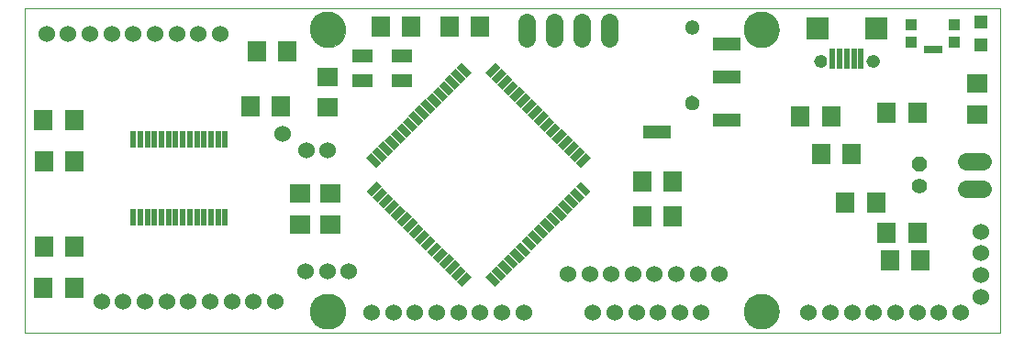
<source format=gts>
G75*
%MOIN*%
%OFA0B0*%
%FSLAX25Y25*%
%IPPOS*%
%LPD*%
%AMOC8*
5,1,8,0,0,1.08239X$1,22.5*
%
%ADD10C,0.00000*%
%ADD11C,0.12998*%
%ADD12R,0.06699X0.07487*%
%ADD13R,0.07487X0.06699*%
%ADD14C,0.06000*%
%ADD15R,0.02600X0.05100*%
%ADD16R,0.05100X0.02600*%
%ADD17R,0.07487X0.05124*%
%ADD18R,0.07498X0.06699*%
%ADD19R,0.06699X0.07498*%
%ADD20R,0.01975X0.06306*%
%ADD21OC8,0.05600*%
%ADD22C,0.05600*%
%ADD23R,0.05124X0.05124*%
%ADD24R,0.10243X0.05124*%
%ADD25C,0.05124*%
%ADD26R,0.01975X0.07290*%
%ADD27R,0.08274X0.08274*%
%ADD28C,0.04534*%
%ADD29C,0.06400*%
%ADD30R,0.04337X0.04337*%
%ADD31R,0.07093X0.02565*%
D10*
X0001600Y0002700D02*
X0001600Y0120810D01*
X0355931Y0120810D01*
X0355931Y0002700D01*
X0001600Y0002700D01*
X0105537Y0010574D02*
X0105539Y0010732D01*
X0105545Y0010890D01*
X0105555Y0011048D01*
X0105569Y0011206D01*
X0105587Y0011363D01*
X0105608Y0011520D01*
X0105634Y0011676D01*
X0105664Y0011832D01*
X0105697Y0011987D01*
X0105735Y0012140D01*
X0105776Y0012293D01*
X0105821Y0012445D01*
X0105870Y0012596D01*
X0105923Y0012745D01*
X0105979Y0012893D01*
X0106039Y0013039D01*
X0106103Y0013184D01*
X0106171Y0013327D01*
X0106242Y0013469D01*
X0106316Y0013609D01*
X0106394Y0013746D01*
X0106476Y0013882D01*
X0106560Y0014016D01*
X0106649Y0014147D01*
X0106740Y0014276D01*
X0106835Y0014403D01*
X0106932Y0014528D01*
X0107033Y0014650D01*
X0107137Y0014769D01*
X0107244Y0014886D01*
X0107354Y0015000D01*
X0107467Y0015111D01*
X0107582Y0015220D01*
X0107700Y0015325D01*
X0107821Y0015427D01*
X0107944Y0015527D01*
X0108070Y0015623D01*
X0108198Y0015716D01*
X0108328Y0015806D01*
X0108461Y0015892D01*
X0108596Y0015976D01*
X0108732Y0016055D01*
X0108871Y0016132D01*
X0109012Y0016204D01*
X0109154Y0016274D01*
X0109298Y0016339D01*
X0109444Y0016401D01*
X0109591Y0016459D01*
X0109740Y0016514D01*
X0109890Y0016565D01*
X0110041Y0016612D01*
X0110193Y0016655D01*
X0110346Y0016694D01*
X0110501Y0016730D01*
X0110656Y0016761D01*
X0110812Y0016789D01*
X0110968Y0016813D01*
X0111125Y0016833D01*
X0111283Y0016849D01*
X0111440Y0016861D01*
X0111599Y0016869D01*
X0111757Y0016873D01*
X0111915Y0016873D01*
X0112073Y0016869D01*
X0112232Y0016861D01*
X0112389Y0016849D01*
X0112547Y0016833D01*
X0112704Y0016813D01*
X0112860Y0016789D01*
X0113016Y0016761D01*
X0113171Y0016730D01*
X0113326Y0016694D01*
X0113479Y0016655D01*
X0113631Y0016612D01*
X0113782Y0016565D01*
X0113932Y0016514D01*
X0114081Y0016459D01*
X0114228Y0016401D01*
X0114374Y0016339D01*
X0114518Y0016274D01*
X0114660Y0016204D01*
X0114801Y0016132D01*
X0114940Y0016055D01*
X0115076Y0015976D01*
X0115211Y0015892D01*
X0115344Y0015806D01*
X0115474Y0015716D01*
X0115602Y0015623D01*
X0115728Y0015527D01*
X0115851Y0015427D01*
X0115972Y0015325D01*
X0116090Y0015220D01*
X0116205Y0015111D01*
X0116318Y0015000D01*
X0116428Y0014886D01*
X0116535Y0014769D01*
X0116639Y0014650D01*
X0116740Y0014528D01*
X0116837Y0014403D01*
X0116932Y0014276D01*
X0117023Y0014147D01*
X0117112Y0014016D01*
X0117196Y0013882D01*
X0117278Y0013746D01*
X0117356Y0013609D01*
X0117430Y0013469D01*
X0117501Y0013327D01*
X0117569Y0013184D01*
X0117633Y0013039D01*
X0117693Y0012893D01*
X0117749Y0012745D01*
X0117802Y0012596D01*
X0117851Y0012445D01*
X0117896Y0012293D01*
X0117937Y0012140D01*
X0117975Y0011987D01*
X0118008Y0011832D01*
X0118038Y0011676D01*
X0118064Y0011520D01*
X0118085Y0011363D01*
X0118103Y0011206D01*
X0118117Y0011048D01*
X0118127Y0010890D01*
X0118133Y0010732D01*
X0118135Y0010574D01*
X0118133Y0010416D01*
X0118127Y0010258D01*
X0118117Y0010100D01*
X0118103Y0009942D01*
X0118085Y0009785D01*
X0118064Y0009628D01*
X0118038Y0009472D01*
X0118008Y0009316D01*
X0117975Y0009161D01*
X0117937Y0009008D01*
X0117896Y0008855D01*
X0117851Y0008703D01*
X0117802Y0008552D01*
X0117749Y0008403D01*
X0117693Y0008255D01*
X0117633Y0008109D01*
X0117569Y0007964D01*
X0117501Y0007821D01*
X0117430Y0007679D01*
X0117356Y0007539D01*
X0117278Y0007402D01*
X0117196Y0007266D01*
X0117112Y0007132D01*
X0117023Y0007001D01*
X0116932Y0006872D01*
X0116837Y0006745D01*
X0116740Y0006620D01*
X0116639Y0006498D01*
X0116535Y0006379D01*
X0116428Y0006262D01*
X0116318Y0006148D01*
X0116205Y0006037D01*
X0116090Y0005928D01*
X0115972Y0005823D01*
X0115851Y0005721D01*
X0115728Y0005621D01*
X0115602Y0005525D01*
X0115474Y0005432D01*
X0115344Y0005342D01*
X0115211Y0005256D01*
X0115076Y0005172D01*
X0114940Y0005093D01*
X0114801Y0005016D01*
X0114660Y0004944D01*
X0114518Y0004874D01*
X0114374Y0004809D01*
X0114228Y0004747D01*
X0114081Y0004689D01*
X0113932Y0004634D01*
X0113782Y0004583D01*
X0113631Y0004536D01*
X0113479Y0004493D01*
X0113326Y0004454D01*
X0113171Y0004418D01*
X0113016Y0004387D01*
X0112860Y0004359D01*
X0112704Y0004335D01*
X0112547Y0004315D01*
X0112389Y0004299D01*
X0112232Y0004287D01*
X0112073Y0004279D01*
X0111915Y0004275D01*
X0111757Y0004275D01*
X0111599Y0004279D01*
X0111440Y0004287D01*
X0111283Y0004299D01*
X0111125Y0004315D01*
X0110968Y0004335D01*
X0110812Y0004359D01*
X0110656Y0004387D01*
X0110501Y0004418D01*
X0110346Y0004454D01*
X0110193Y0004493D01*
X0110041Y0004536D01*
X0109890Y0004583D01*
X0109740Y0004634D01*
X0109591Y0004689D01*
X0109444Y0004747D01*
X0109298Y0004809D01*
X0109154Y0004874D01*
X0109012Y0004944D01*
X0108871Y0005016D01*
X0108732Y0005093D01*
X0108596Y0005172D01*
X0108461Y0005256D01*
X0108328Y0005342D01*
X0108198Y0005432D01*
X0108070Y0005525D01*
X0107944Y0005621D01*
X0107821Y0005721D01*
X0107700Y0005823D01*
X0107582Y0005928D01*
X0107467Y0006037D01*
X0107354Y0006148D01*
X0107244Y0006262D01*
X0107137Y0006379D01*
X0107033Y0006498D01*
X0106932Y0006620D01*
X0106835Y0006745D01*
X0106740Y0006872D01*
X0106649Y0007001D01*
X0106560Y0007132D01*
X0106476Y0007266D01*
X0106394Y0007402D01*
X0106316Y0007539D01*
X0106242Y0007679D01*
X0106171Y0007821D01*
X0106103Y0007964D01*
X0106039Y0008109D01*
X0105979Y0008255D01*
X0105923Y0008403D01*
X0105870Y0008552D01*
X0105821Y0008703D01*
X0105776Y0008855D01*
X0105735Y0009008D01*
X0105697Y0009161D01*
X0105664Y0009316D01*
X0105634Y0009472D01*
X0105608Y0009628D01*
X0105587Y0009785D01*
X0105569Y0009942D01*
X0105555Y0010100D01*
X0105545Y0010258D01*
X0105539Y0010416D01*
X0105537Y0010574D01*
X0263018Y0010574D02*
X0263020Y0010732D01*
X0263026Y0010890D01*
X0263036Y0011048D01*
X0263050Y0011206D01*
X0263068Y0011363D01*
X0263089Y0011520D01*
X0263115Y0011676D01*
X0263145Y0011832D01*
X0263178Y0011987D01*
X0263216Y0012140D01*
X0263257Y0012293D01*
X0263302Y0012445D01*
X0263351Y0012596D01*
X0263404Y0012745D01*
X0263460Y0012893D01*
X0263520Y0013039D01*
X0263584Y0013184D01*
X0263652Y0013327D01*
X0263723Y0013469D01*
X0263797Y0013609D01*
X0263875Y0013746D01*
X0263957Y0013882D01*
X0264041Y0014016D01*
X0264130Y0014147D01*
X0264221Y0014276D01*
X0264316Y0014403D01*
X0264413Y0014528D01*
X0264514Y0014650D01*
X0264618Y0014769D01*
X0264725Y0014886D01*
X0264835Y0015000D01*
X0264948Y0015111D01*
X0265063Y0015220D01*
X0265181Y0015325D01*
X0265302Y0015427D01*
X0265425Y0015527D01*
X0265551Y0015623D01*
X0265679Y0015716D01*
X0265809Y0015806D01*
X0265942Y0015892D01*
X0266077Y0015976D01*
X0266213Y0016055D01*
X0266352Y0016132D01*
X0266493Y0016204D01*
X0266635Y0016274D01*
X0266779Y0016339D01*
X0266925Y0016401D01*
X0267072Y0016459D01*
X0267221Y0016514D01*
X0267371Y0016565D01*
X0267522Y0016612D01*
X0267674Y0016655D01*
X0267827Y0016694D01*
X0267982Y0016730D01*
X0268137Y0016761D01*
X0268293Y0016789D01*
X0268449Y0016813D01*
X0268606Y0016833D01*
X0268764Y0016849D01*
X0268921Y0016861D01*
X0269080Y0016869D01*
X0269238Y0016873D01*
X0269396Y0016873D01*
X0269554Y0016869D01*
X0269713Y0016861D01*
X0269870Y0016849D01*
X0270028Y0016833D01*
X0270185Y0016813D01*
X0270341Y0016789D01*
X0270497Y0016761D01*
X0270652Y0016730D01*
X0270807Y0016694D01*
X0270960Y0016655D01*
X0271112Y0016612D01*
X0271263Y0016565D01*
X0271413Y0016514D01*
X0271562Y0016459D01*
X0271709Y0016401D01*
X0271855Y0016339D01*
X0271999Y0016274D01*
X0272141Y0016204D01*
X0272282Y0016132D01*
X0272421Y0016055D01*
X0272557Y0015976D01*
X0272692Y0015892D01*
X0272825Y0015806D01*
X0272955Y0015716D01*
X0273083Y0015623D01*
X0273209Y0015527D01*
X0273332Y0015427D01*
X0273453Y0015325D01*
X0273571Y0015220D01*
X0273686Y0015111D01*
X0273799Y0015000D01*
X0273909Y0014886D01*
X0274016Y0014769D01*
X0274120Y0014650D01*
X0274221Y0014528D01*
X0274318Y0014403D01*
X0274413Y0014276D01*
X0274504Y0014147D01*
X0274593Y0014016D01*
X0274677Y0013882D01*
X0274759Y0013746D01*
X0274837Y0013609D01*
X0274911Y0013469D01*
X0274982Y0013327D01*
X0275050Y0013184D01*
X0275114Y0013039D01*
X0275174Y0012893D01*
X0275230Y0012745D01*
X0275283Y0012596D01*
X0275332Y0012445D01*
X0275377Y0012293D01*
X0275418Y0012140D01*
X0275456Y0011987D01*
X0275489Y0011832D01*
X0275519Y0011676D01*
X0275545Y0011520D01*
X0275566Y0011363D01*
X0275584Y0011206D01*
X0275598Y0011048D01*
X0275608Y0010890D01*
X0275614Y0010732D01*
X0275616Y0010574D01*
X0275614Y0010416D01*
X0275608Y0010258D01*
X0275598Y0010100D01*
X0275584Y0009942D01*
X0275566Y0009785D01*
X0275545Y0009628D01*
X0275519Y0009472D01*
X0275489Y0009316D01*
X0275456Y0009161D01*
X0275418Y0009008D01*
X0275377Y0008855D01*
X0275332Y0008703D01*
X0275283Y0008552D01*
X0275230Y0008403D01*
X0275174Y0008255D01*
X0275114Y0008109D01*
X0275050Y0007964D01*
X0274982Y0007821D01*
X0274911Y0007679D01*
X0274837Y0007539D01*
X0274759Y0007402D01*
X0274677Y0007266D01*
X0274593Y0007132D01*
X0274504Y0007001D01*
X0274413Y0006872D01*
X0274318Y0006745D01*
X0274221Y0006620D01*
X0274120Y0006498D01*
X0274016Y0006379D01*
X0273909Y0006262D01*
X0273799Y0006148D01*
X0273686Y0006037D01*
X0273571Y0005928D01*
X0273453Y0005823D01*
X0273332Y0005721D01*
X0273209Y0005621D01*
X0273083Y0005525D01*
X0272955Y0005432D01*
X0272825Y0005342D01*
X0272692Y0005256D01*
X0272557Y0005172D01*
X0272421Y0005093D01*
X0272282Y0005016D01*
X0272141Y0004944D01*
X0271999Y0004874D01*
X0271855Y0004809D01*
X0271709Y0004747D01*
X0271562Y0004689D01*
X0271413Y0004634D01*
X0271263Y0004583D01*
X0271112Y0004536D01*
X0270960Y0004493D01*
X0270807Y0004454D01*
X0270652Y0004418D01*
X0270497Y0004387D01*
X0270341Y0004359D01*
X0270185Y0004335D01*
X0270028Y0004315D01*
X0269870Y0004299D01*
X0269713Y0004287D01*
X0269554Y0004279D01*
X0269396Y0004275D01*
X0269238Y0004275D01*
X0269080Y0004279D01*
X0268921Y0004287D01*
X0268764Y0004299D01*
X0268606Y0004315D01*
X0268449Y0004335D01*
X0268293Y0004359D01*
X0268137Y0004387D01*
X0267982Y0004418D01*
X0267827Y0004454D01*
X0267674Y0004493D01*
X0267522Y0004536D01*
X0267371Y0004583D01*
X0267221Y0004634D01*
X0267072Y0004689D01*
X0266925Y0004747D01*
X0266779Y0004809D01*
X0266635Y0004874D01*
X0266493Y0004944D01*
X0266352Y0005016D01*
X0266213Y0005093D01*
X0266077Y0005172D01*
X0265942Y0005256D01*
X0265809Y0005342D01*
X0265679Y0005432D01*
X0265551Y0005525D01*
X0265425Y0005621D01*
X0265302Y0005721D01*
X0265181Y0005823D01*
X0265063Y0005928D01*
X0264948Y0006037D01*
X0264835Y0006148D01*
X0264725Y0006262D01*
X0264618Y0006379D01*
X0264514Y0006498D01*
X0264413Y0006620D01*
X0264316Y0006745D01*
X0264221Y0006872D01*
X0264130Y0007001D01*
X0264041Y0007132D01*
X0263957Y0007266D01*
X0263875Y0007402D01*
X0263797Y0007539D01*
X0263723Y0007679D01*
X0263652Y0007821D01*
X0263584Y0007964D01*
X0263520Y0008109D01*
X0263460Y0008255D01*
X0263404Y0008403D01*
X0263351Y0008552D01*
X0263302Y0008703D01*
X0263257Y0008855D01*
X0263216Y0009008D01*
X0263178Y0009161D01*
X0263145Y0009316D01*
X0263115Y0009472D01*
X0263089Y0009628D01*
X0263068Y0009785D01*
X0263050Y0009942D01*
X0263036Y0010100D01*
X0263026Y0010258D01*
X0263020Y0010416D01*
X0263018Y0010574D01*
X0241738Y0086342D02*
X0241740Y0086439D01*
X0241746Y0086536D01*
X0241756Y0086632D01*
X0241770Y0086728D01*
X0241788Y0086824D01*
X0241809Y0086918D01*
X0241835Y0087012D01*
X0241864Y0087104D01*
X0241898Y0087195D01*
X0241934Y0087285D01*
X0241975Y0087373D01*
X0242019Y0087459D01*
X0242067Y0087544D01*
X0242118Y0087626D01*
X0242172Y0087707D01*
X0242230Y0087785D01*
X0242291Y0087860D01*
X0242354Y0087933D01*
X0242421Y0088004D01*
X0242491Y0088071D01*
X0242563Y0088136D01*
X0242638Y0088197D01*
X0242716Y0088256D01*
X0242795Y0088311D01*
X0242877Y0088363D01*
X0242961Y0088411D01*
X0243047Y0088456D01*
X0243135Y0088498D01*
X0243224Y0088536D01*
X0243315Y0088570D01*
X0243407Y0088600D01*
X0243500Y0088627D01*
X0243595Y0088649D01*
X0243690Y0088668D01*
X0243786Y0088683D01*
X0243882Y0088694D01*
X0243979Y0088701D01*
X0244076Y0088704D01*
X0244173Y0088703D01*
X0244270Y0088698D01*
X0244366Y0088689D01*
X0244462Y0088676D01*
X0244558Y0088659D01*
X0244653Y0088638D01*
X0244746Y0088614D01*
X0244839Y0088585D01*
X0244931Y0088553D01*
X0245021Y0088517D01*
X0245109Y0088478D01*
X0245196Y0088434D01*
X0245281Y0088388D01*
X0245364Y0088337D01*
X0245445Y0088284D01*
X0245523Y0088227D01*
X0245600Y0088167D01*
X0245673Y0088104D01*
X0245744Y0088038D01*
X0245812Y0087969D01*
X0245878Y0087897D01*
X0245940Y0087823D01*
X0245999Y0087746D01*
X0246055Y0087667D01*
X0246108Y0087585D01*
X0246158Y0087502D01*
X0246203Y0087416D01*
X0246246Y0087329D01*
X0246285Y0087240D01*
X0246320Y0087150D01*
X0246351Y0087058D01*
X0246378Y0086965D01*
X0246402Y0086871D01*
X0246422Y0086776D01*
X0246438Y0086680D01*
X0246450Y0086584D01*
X0246458Y0086487D01*
X0246462Y0086390D01*
X0246462Y0086294D01*
X0246458Y0086197D01*
X0246450Y0086100D01*
X0246438Y0086004D01*
X0246422Y0085908D01*
X0246402Y0085813D01*
X0246378Y0085719D01*
X0246351Y0085626D01*
X0246320Y0085534D01*
X0246285Y0085444D01*
X0246246Y0085355D01*
X0246203Y0085268D01*
X0246158Y0085182D01*
X0246108Y0085099D01*
X0246055Y0085017D01*
X0245999Y0084938D01*
X0245940Y0084861D01*
X0245878Y0084787D01*
X0245812Y0084715D01*
X0245744Y0084646D01*
X0245673Y0084580D01*
X0245600Y0084517D01*
X0245523Y0084457D01*
X0245445Y0084400D01*
X0245364Y0084347D01*
X0245281Y0084296D01*
X0245196Y0084250D01*
X0245109Y0084206D01*
X0245021Y0084167D01*
X0244931Y0084131D01*
X0244839Y0084099D01*
X0244746Y0084070D01*
X0244653Y0084046D01*
X0244558Y0084025D01*
X0244462Y0084008D01*
X0244366Y0083995D01*
X0244270Y0083986D01*
X0244173Y0083981D01*
X0244076Y0083980D01*
X0243979Y0083983D01*
X0243882Y0083990D01*
X0243786Y0084001D01*
X0243690Y0084016D01*
X0243595Y0084035D01*
X0243500Y0084057D01*
X0243407Y0084084D01*
X0243315Y0084114D01*
X0243224Y0084148D01*
X0243135Y0084186D01*
X0243047Y0084228D01*
X0242961Y0084273D01*
X0242877Y0084321D01*
X0242795Y0084373D01*
X0242716Y0084428D01*
X0242638Y0084487D01*
X0242563Y0084548D01*
X0242491Y0084613D01*
X0242421Y0084680D01*
X0242354Y0084751D01*
X0242291Y0084824D01*
X0242230Y0084899D01*
X0242172Y0084977D01*
X0242118Y0085058D01*
X0242067Y0085140D01*
X0242019Y0085225D01*
X0241975Y0085311D01*
X0241934Y0085399D01*
X0241898Y0085489D01*
X0241864Y0085580D01*
X0241835Y0085672D01*
X0241809Y0085766D01*
X0241788Y0085860D01*
X0241770Y0085956D01*
X0241756Y0086052D01*
X0241746Y0086148D01*
X0241740Y0086245D01*
X0241738Y0086342D01*
X0288736Y0101578D02*
X0288738Y0101669D01*
X0288744Y0101759D01*
X0288754Y0101850D01*
X0288768Y0101939D01*
X0288786Y0102028D01*
X0288807Y0102117D01*
X0288833Y0102204D01*
X0288862Y0102290D01*
X0288896Y0102374D01*
X0288932Y0102457D01*
X0288973Y0102539D01*
X0289017Y0102618D01*
X0289064Y0102696D01*
X0289115Y0102771D01*
X0289169Y0102844D01*
X0289226Y0102914D01*
X0289286Y0102982D01*
X0289349Y0103048D01*
X0289415Y0103110D01*
X0289484Y0103169D01*
X0289555Y0103226D01*
X0289629Y0103279D01*
X0289705Y0103329D01*
X0289783Y0103376D01*
X0289863Y0103419D01*
X0289944Y0103458D01*
X0290028Y0103494D01*
X0290113Y0103526D01*
X0290199Y0103555D01*
X0290286Y0103579D01*
X0290375Y0103600D01*
X0290464Y0103617D01*
X0290554Y0103630D01*
X0290644Y0103639D01*
X0290735Y0103644D01*
X0290826Y0103645D01*
X0290916Y0103642D01*
X0291007Y0103635D01*
X0291097Y0103624D01*
X0291187Y0103609D01*
X0291276Y0103590D01*
X0291364Y0103568D01*
X0291450Y0103541D01*
X0291536Y0103511D01*
X0291620Y0103477D01*
X0291703Y0103439D01*
X0291784Y0103398D01*
X0291863Y0103353D01*
X0291940Y0103304D01*
X0292014Y0103253D01*
X0292087Y0103198D01*
X0292157Y0103140D01*
X0292224Y0103079D01*
X0292288Y0103015D01*
X0292350Y0102949D01*
X0292409Y0102879D01*
X0292464Y0102808D01*
X0292517Y0102733D01*
X0292566Y0102657D01*
X0292612Y0102579D01*
X0292654Y0102498D01*
X0292693Y0102416D01*
X0292728Y0102332D01*
X0292759Y0102247D01*
X0292786Y0102160D01*
X0292810Y0102073D01*
X0292830Y0101984D01*
X0292846Y0101895D01*
X0292858Y0101805D01*
X0292866Y0101714D01*
X0292870Y0101623D01*
X0292870Y0101533D01*
X0292866Y0101442D01*
X0292858Y0101351D01*
X0292846Y0101261D01*
X0292830Y0101172D01*
X0292810Y0101083D01*
X0292786Y0100996D01*
X0292759Y0100909D01*
X0292728Y0100824D01*
X0292693Y0100740D01*
X0292654Y0100658D01*
X0292612Y0100577D01*
X0292566Y0100499D01*
X0292517Y0100423D01*
X0292464Y0100348D01*
X0292409Y0100277D01*
X0292350Y0100207D01*
X0292288Y0100141D01*
X0292224Y0100077D01*
X0292157Y0100016D01*
X0292087Y0099958D01*
X0292014Y0099903D01*
X0291940Y0099852D01*
X0291863Y0099803D01*
X0291784Y0099758D01*
X0291703Y0099717D01*
X0291620Y0099679D01*
X0291536Y0099645D01*
X0291450Y0099615D01*
X0291364Y0099588D01*
X0291276Y0099566D01*
X0291187Y0099547D01*
X0291097Y0099532D01*
X0291007Y0099521D01*
X0290916Y0099514D01*
X0290826Y0099511D01*
X0290735Y0099512D01*
X0290644Y0099517D01*
X0290554Y0099526D01*
X0290464Y0099539D01*
X0290375Y0099556D01*
X0290286Y0099577D01*
X0290199Y0099601D01*
X0290113Y0099630D01*
X0290028Y0099662D01*
X0289944Y0099698D01*
X0289863Y0099737D01*
X0289783Y0099780D01*
X0289705Y0099827D01*
X0289629Y0099877D01*
X0289555Y0099930D01*
X0289484Y0099987D01*
X0289415Y0100046D01*
X0289349Y0100108D01*
X0289286Y0100174D01*
X0289226Y0100242D01*
X0289169Y0100312D01*
X0289115Y0100385D01*
X0289064Y0100460D01*
X0289017Y0100538D01*
X0288973Y0100617D01*
X0288932Y0100699D01*
X0288896Y0100782D01*
X0288862Y0100866D01*
X0288833Y0100952D01*
X0288807Y0101039D01*
X0288786Y0101128D01*
X0288768Y0101217D01*
X0288754Y0101306D01*
X0288744Y0101397D01*
X0288738Y0101487D01*
X0288736Y0101578D01*
X0307830Y0101578D02*
X0307832Y0101669D01*
X0307838Y0101759D01*
X0307848Y0101850D01*
X0307862Y0101939D01*
X0307880Y0102028D01*
X0307901Y0102117D01*
X0307927Y0102204D01*
X0307956Y0102290D01*
X0307990Y0102374D01*
X0308026Y0102457D01*
X0308067Y0102539D01*
X0308111Y0102618D01*
X0308158Y0102696D01*
X0308209Y0102771D01*
X0308263Y0102844D01*
X0308320Y0102914D01*
X0308380Y0102982D01*
X0308443Y0103048D01*
X0308509Y0103110D01*
X0308578Y0103169D01*
X0308649Y0103226D01*
X0308723Y0103279D01*
X0308799Y0103329D01*
X0308877Y0103376D01*
X0308957Y0103419D01*
X0309038Y0103458D01*
X0309122Y0103494D01*
X0309207Y0103526D01*
X0309293Y0103555D01*
X0309380Y0103579D01*
X0309469Y0103600D01*
X0309558Y0103617D01*
X0309648Y0103630D01*
X0309738Y0103639D01*
X0309829Y0103644D01*
X0309920Y0103645D01*
X0310010Y0103642D01*
X0310101Y0103635D01*
X0310191Y0103624D01*
X0310281Y0103609D01*
X0310370Y0103590D01*
X0310458Y0103568D01*
X0310544Y0103541D01*
X0310630Y0103511D01*
X0310714Y0103477D01*
X0310797Y0103439D01*
X0310878Y0103398D01*
X0310957Y0103353D01*
X0311034Y0103304D01*
X0311108Y0103253D01*
X0311181Y0103198D01*
X0311251Y0103140D01*
X0311318Y0103079D01*
X0311382Y0103015D01*
X0311444Y0102949D01*
X0311503Y0102879D01*
X0311558Y0102808D01*
X0311611Y0102733D01*
X0311660Y0102657D01*
X0311706Y0102579D01*
X0311748Y0102498D01*
X0311787Y0102416D01*
X0311822Y0102332D01*
X0311853Y0102247D01*
X0311880Y0102160D01*
X0311904Y0102073D01*
X0311924Y0101984D01*
X0311940Y0101895D01*
X0311952Y0101805D01*
X0311960Y0101714D01*
X0311964Y0101623D01*
X0311964Y0101533D01*
X0311960Y0101442D01*
X0311952Y0101351D01*
X0311940Y0101261D01*
X0311924Y0101172D01*
X0311904Y0101083D01*
X0311880Y0100996D01*
X0311853Y0100909D01*
X0311822Y0100824D01*
X0311787Y0100740D01*
X0311748Y0100658D01*
X0311706Y0100577D01*
X0311660Y0100499D01*
X0311611Y0100423D01*
X0311558Y0100348D01*
X0311503Y0100277D01*
X0311444Y0100207D01*
X0311382Y0100141D01*
X0311318Y0100077D01*
X0311251Y0100016D01*
X0311181Y0099958D01*
X0311108Y0099903D01*
X0311034Y0099852D01*
X0310957Y0099803D01*
X0310878Y0099758D01*
X0310797Y0099717D01*
X0310714Y0099679D01*
X0310630Y0099645D01*
X0310544Y0099615D01*
X0310458Y0099588D01*
X0310370Y0099566D01*
X0310281Y0099547D01*
X0310191Y0099532D01*
X0310101Y0099521D01*
X0310010Y0099514D01*
X0309920Y0099511D01*
X0309829Y0099512D01*
X0309738Y0099517D01*
X0309648Y0099526D01*
X0309558Y0099539D01*
X0309469Y0099556D01*
X0309380Y0099577D01*
X0309293Y0099601D01*
X0309207Y0099630D01*
X0309122Y0099662D01*
X0309038Y0099698D01*
X0308957Y0099737D01*
X0308877Y0099780D01*
X0308799Y0099827D01*
X0308723Y0099877D01*
X0308649Y0099930D01*
X0308578Y0099987D01*
X0308509Y0100046D01*
X0308443Y0100108D01*
X0308380Y0100174D01*
X0308320Y0100242D01*
X0308263Y0100312D01*
X0308209Y0100385D01*
X0308158Y0100460D01*
X0308111Y0100538D01*
X0308067Y0100617D01*
X0308026Y0100699D01*
X0307990Y0100782D01*
X0307956Y0100866D01*
X0307927Y0100952D01*
X0307901Y0101039D01*
X0307880Y0101128D01*
X0307862Y0101217D01*
X0307848Y0101306D01*
X0307838Y0101397D01*
X0307832Y0101487D01*
X0307830Y0101578D01*
X0263018Y0112936D02*
X0263020Y0113094D01*
X0263026Y0113252D01*
X0263036Y0113410D01*
X0263050Y0113568D01*
X0263068Y0113725D01*
X0263089Y0113882D01*
X0263115Y0114038D01*
X0263145Y0114194D01*
X0263178Y0114349D01*
X0263216Y0114502D01*
X0263257Y0114655D01*
X0263302Y0114807D01*
X0263351Y0114958D01*
X0263404Y0115107D01*
X0263460Y0115255D01*
X0263520Y0115401D01*
X0263584Y0115546D01*
X0263652Y0115689D01*
X0263723Y0115831D01*
X0263797Y0115971D01*
X0263875Y0116108D01*
X0263957Y0116244D01*
X0264041Y0116378D01*
X0264130Y0116509D01*
X0264221Y0116638D01*
X0264316Y0116765D01*
X0264413Y0116890D01*
X0264514Y0117012D01*
X0264618Y0117131D01*
X0264725Y0117248D01*
X0264835Y0117362D01*
X0264948Y0117473D01*
X0265063Y0117582D01*
X0265181Y0117687D01*
X0265302Y0117789D01*
X0265425Y0117889D01*
X0265551Y0117985D01*
X0265679Y0118078D01*
X0265809Y0118168D01*
X0265942Y0118254D01*
X0266077Y0118338D01*
X0266213Y0118417D01*
X0266352Y0118494D01*
X0266493Y0118566D01*
X0266635Y0118636D01*
X0266779Y0118701D01*
X0266925Y0118763D01*
X0267072Y0118821D01*
X0267221Y0118876D01*
X0267371Y0118927D01*
X0267522Y0118974D01*
X0267674Y0119017D01*
X0267827Y0119056D01*
X0267982Y0119092D01*
X0268137Y0119123D01*
X0268293Y0119151D01*
X0268449Y0119175D01*
X0268606Y0119195D01*
X0268764Y0119211D01*
X0268921Y0119223D01*
X0269080Y0119231D01*
X0269238Y0119235D01*
X0269396Y0119235D01*
X0269554Y0119231D01*
X0269713Y0119223D01*
X0269870Y0119211D01*
X0270028Y0119195D01*
X0270185Y0119175D01*
X0270341Y0119151D01*
X0270497Y0119123D01*
X0270652Y0119092D01*
X0270807Y0119056D01*
X0270960Y0119017D01*
X0271112Y0118974D01*
X0271263Y0118927D01*
X0271413Y0118876D01*
X0271562Y0118821D01*
X0271709Y0118763D01*
X0271855Y0118701D01*
X0271999Y0118636D01*
X0272141Y0118566D01*
X0272282Y0118494D01*
X0272421Y0118417D01*
X0272557Y0118338D01*
X0272692Y0118254D01*
X0272825Y0118168D01*
X0272955Y0118078D01*
X0273083Y0117985D01*
X0273209Y0117889D01*
X0273332Y0117789D01*
X0273453Y0117687D01*
X0273571Y0117582D01*
X0273686Y0117473D01*
X0273799Y0117362D01*
X0273909Y0117248D01*
X0274016Y0117131D01*
X0274120Y0117012D01*
X0274221Y0116890D01*
X0274318Y0116765D01*
X0274413Y0116638D01*
X0274504Y0116509D01*
X0274593Y0116378D01*
X0274677Y0116244D01*
X0274759Y0116108D01*
X0274837Y0115971D01*
X0274911Y0115831D01*
X0274982Y0115689D01*
X0275050Y0115546D01*
X0275114Y0115401D01*
X0275174Y0115255D01*
X0275230Y0115107D01*
X0275283Y0114958D01*
X0275332Y0114807D01*
X0275377Y0114655D01*
X0275418Y0114502D01*
X0275456Y0114349D01*
X0275489Y0114194D01*
X0275519Y0114038D01*
X0275545Y0113882D01*
X0275566Y0113725D01*
X0275584Y0113568D01*
X0275598Y0113410D01*
X0275608Y0113252D01*
X0275614Y0113094D01*
X0275616Y0112936D01*
X0275614Y0112778D01*
X0275608Y0112620D01*
X0275598Y0112462D01*
X0275584Y0112304D01*
X0275566Y0112147D01*
X0275545Y0111990D01*
X0275519Y0111834D01*
X0275489Y0111678D01*
X0275456Y0111523D01*
X0275418Y0111370D01*
X0275377Y0111217D01*
X0275332Y0111065D01*
X0275283Y0110914D01*
X0275230Y0110765D01*
X0275174Y0110617D01*
X0275114Y0110471D01*
X0275050Y0110326D01*
X0274982Y0110183D01*
X0274911Y0110041D01*
X0274837Y0109901D01*
X0274759Y0109764D01*
X0274677Y0109628D01*
X0274593Y0109494D01*
X0274504Y0109363D01*
X0274413Y0109234D01*
X0274318Y0109107D01*
X0274221Y0108982D01*
X0274120Y0108860D01*
X0274016Y0108741D01*
X0273909Y0108624D01*
X0273799Y0108510D01*
X0273686Y0108399D01*
X0273571Y0108290D01*
X0273453Y0108185D01*
X0273332Y0108083D01*
X0273209Y0107983D01*
X0273083Y0107887D01*
X0272955Y0107794D01*
X0272825Y0107704D01*
X0272692Y0107618D01*
X0272557Y0107534D01*
X0272421Y0107455D01*
X0272282Y0107378D01*
X0272141Y0107306D01*
X0271999Y0107236D01*
X0271855Y0107171D01*
X0271709Y0107109D01*
X0271562Y0107051D01*
X0271413Y0106996D01*
X0271263Y0106945D01*
X0271112Y0106898D01*
X0270960Y0106855D01*
X0270807Y0106816D01*
X0270652Y0106780D01*
X0270497Y0106749D01*
X0270341Y0106721D01*
X0270185Y0106697D01*
X0270028Y0106677D01*
X0269870Y0106661D01*
X0269713Y0106649D01*
X0269554Y0106641D01*
X0269396Y0106637D01*
X0269238Y0106637D01*
X0269080Y0106641D01*
X0268921Y0106649D01*
X0268764Y0106661D01*
X0268606Y0106677D01*
X0268449Y0106697D01*
X0268293Y0106721D01*
X0268137Y0106749D01*
X0267982Y0106780D01*
X0267827Y0106816D01*
X0267674Y0106855D01*
X0267522Y0106898D01*
X0267371Y0106945D01*
X0267221Y0106996D01*
X0267072Y0107051D01*
X0266925Y0107109D01*
X0266779Y0107171D01*
X0266635Y0107236D01*
X0266493Y0107306D01*
X0266352Y0107378D01*
X0266213Y0107455D01*
X0266077Y0107534D01*
X0265942Y0107618D01*
X0265809Y0107704D01*
X0265679Y0107794D01*
X0265551Y0107887D01*
X0265425Y0107983D01*
X0265302Y0108083D01*
X0265181Y0108185D01*
X0265063Y0108290D01*
X0264948Y0108399D01*
X0264835Y0108510D01*
X0264725Y0108624D01*
X0264618Y0108741D01*
X0264514Y0108860D01*
X0264413Y0108982D01*
X0264316Y0109107D01*
X0264221Y0109234D01*
X0264130Y0109363D01*
X0264041Y0109494D01*
X0263957Y0109628D01*
X0263875Y0109764D01*
X0263797Y0109901D01*
X0263723Y0110041D01*
X0263652Y0110183D01*
X0263584Y0110326D01*
X0263520Y0110471D01*
X0263460Y0110617D01*
X0263404Y0110765D01*
X0263351Y0110914D01*
X0263302Y0111065D01*
X0263257Y0111217D01*
X0263216Y0111370D01*
X0263178Y0111523D01*
X0263145Y0111678D01*
X0263115Y0111834D01*
X0263089Y0111990D01*
X0263068Y0112147D01*
X0263050Y0112304D01*
X0263036Y0112462D01*
X0263026Y0112620D01*
X0263020Y0112778D01*
X0263018Y0112936D01*
X0241738Y0113901D02*
X0241740Y0113998D01*
X0241746Y0114095D01*
X0241756Y0114191D01*
X0241770Y0114287D01*
X0241788Y0114383D01*
X0241809Y0114477D01*
X0241835Y0114571D01*
X0241864Y0114663D01*
X0241898Y0114754D01*
X0241934Y0114844D01*
X0241975Y0114932D01*
X0242019Y0115018D01*
X0242067Y0115103D01*
X0242118Y0115185D01*
X0242172Y0115266D01*
X0242230Y0115344D01*
X0242291Y0115419D01*
X0242354Y0115492D01*
X0242421Y0115563D01*
X0242491Y0115630D01*
X0242563Y0115695D01*
X0242638Y0115756D01*
X0242716Y0115815D01*
X0242795Y0115870D01*
X0242877Y0115922D01*
X0242961Y0115970D01*
X0243047Y0116015D01*
X0243135Y0116057D01*
X0243224Y0116095D01*
X0243315Y0116129D01*
X0243407Y0116159D01*
X0243500Y0116186D01*
X0243595Y0116208D01*
X0243690Y0116227D01*
X0243786Y0116242D01*
X0243882Y0116253D01*
X0243979Y0116260D01*
X0244076Y0116263D01*
X0244173Y0116262D01*
X0244270Y0116257D01*
X0244366Y0116248D01*
X0244462Y0116235D01*
X0244558Y0116218D01*
X0244653Y0116197D01*
X0244746Y0116173D01*
X0244839Y0116144D01*
X0244931Y0116112D01*
X0245021Y0116076D01*
X0245109Y0116037D01*
X0245196Y0115993D01*
X0245281Y0115947D01*
X0245364Y0115896D01*
X0245445Y0115843D01*
X0245523Y0115786D01*
X0245600Y0115726D01*
X0245673Y0115663D01*
X0245744Y0115597D01*
X0245812Y0115528D01*
X0245878Y0115456D01*
X0245940Y0115382D01*
X0245999Y0115305D01*
X0246055Y0115226D01*
X0246108Y0115144D01*
X0246158Y0115061D01*
X0246203Y0114975D01*
X0246246Y0114888D01*
X0246285Y0114799D01*
X0246320Y0114709D01*
X0246351Y0114617D01*
X0246378Y0114524D01*
X0246402Y0114430D01*
X0246422Y0114335D01*
X0246438Y0114239D01*
X0246450Y0114143D01*
X0246458Y0114046D01*
X0246462Y0113949D01*
X0246462Y0113853D01*
X0246458Y0113756D01*
X0246450Y0113659D01*
X0246438Y0113563D01*
X0246422Y0113467D01*
X0246402Y0113372D01*
X0246378Y0113278D01*
X0246351Y0113185D01*
X0246320Y0113093D01*
X0246285Y0113003D01*
X0246246Y0112914D01*
X0246203Y0112827D01*
X0246158Y0112741D01*
X0246108Y0112658D01*
X0246055Y0112576D01*
X0245999Y0112497D01*
X0245940Y0112420D01*
X0245878Y0112346D01*
X0245812Y0112274D01*
X0245744Y0112205D01*
X0245673Y0112139D01*
X0245600Y0112076D01*
X0245523Y0112016D01*
X0245445Y0111959D01*
X0245364Y0111906D01*
X0245281Y0111855D01*
X0245196Y0111809D01*
X0245109Y0111765D01*
X0245021Y0111726D01*
X0244931Y0111690D01*
X0244839Y0111658D01*
X0244746Y0111629D01*
X0244653Y0111605D01*
X0244558Y0111584D01*
X0244462Y0111567D01*
X0244366Y0111554D01*
X0244270Y0111545D01*
X0244173Y0111540D01*
X0244076Y0111539D01*
X0243979Y0111542D01*
X0243882Y0111549D01*
X0243786Y0111560D01*
X0243690Y0111575D01*
X0243595Y0111594D01*
X0243500Y0111616D01*
X0243407Y0111643D01*
X0243315Y0111673D01*
X0243224Y0111707D01*
X0243135Y0111745D01*
X0243047Y0111787D01*
X0242961Y0111832D01*
X0242877Y0111880D01*
X0242795Y0111932D01*
X0242716Y0111987D01*
X0242638Y0112046D01*
X0242563Y0112107D01*
X0242491Y0112172D01*
X0242421Y0112239D01*
X0242354Y0112310D01*
X0242291Y0112383D01*
X0242230Y0112458D01*
X0242172Y0112536D01*
X0242118Y0112617D01*
X0242067Y0112699D01*
X0242019Y0112784D01*
X0241975Y0112870D01*
X0241934Y0112958D01*
X0241898Y0113048D01*
X0241864Y0113139D01*
X0241835Y0113231D01*
X0241809Y0113325D01*
X0241788Y0113419D01*
X0241770Y0113515D01*
X0241756Y0113611D01*
X0241746Y0113707D01*
X0241740Y0113804D01*
X0241738Y0113901D01*
X0105537Y0112936D02*
X0105539Y0113094D01*
X0105545Y0113252D01*
X0105555Y0113410D01*
X0105569Y0113568D01*
X0105587Y0113725D01*
X0105608Y0113882D01*
X0105634Y0114038D01*
X0105664Y0114194D01*
X0105697Y0114349D01*
X0105735Y0114502D01*
X0105776Y0114655D01*
X0105821Y0114807D01*
X0105870Y0114958D01*
X0105923Y0115107D01*
X0105979Y0115255D01*
X0106039Y0115401D01*
X0106103Y0115546D01*
X0106171Y0115689D01*
X0106242Y0115831D01*
X0106316Y0115971D01*
X0106394Y0116108D01*
X0106476Y0116244D01*
X0106560Y0116378D01*
X0106649Y0116509D01*
X0106740Y0116638D01*
X0106835Y0116765D01*
X0106932Y0116890D01*
X0107033Y0117012D01*
X0107137Y0117131D01*
X0107244Y0117248D01*
X0107354Y0117362D01*
X0107467Y0117473D01*
X0107582Y0117582D01*
X0107700Y0117687D01*
X0107821Y0117789D01*
X0107944Y0117889D01*
X0108070Y0117985D01*
X0108198Y0118078D01*
X0108328Y0118168D01*
X0108461Y0118254D01*
X0108596Y0118338D01*
X0108732Y0118417D01*
X0108871Y0118494D01*
X0109012Y0118566D01*
X0109154Y0118636D01*
X0109298Y0118701D01*
X0109444Y0118763D01*
X0109591Y0118821D01*
X0109740Y0118876D01*
X0109890Y0118927D01*
X0110041Y0118974D01*
X0110193Y0119017D01*
X0110346Y0119056D01*
X0110501Y0119092D01*
X0110656Y0119123D01*
X0110812Y0119151D01*
X0110968Y0119175D01*
X0111125Y0119195D01*
X0111283Y0119211D01*
X0111440Y0119223D01*
X0111599Y0119231D01*
X0111757Y0119235D01*
X0111915Y0119235D01*
X0112073Y0119231D01*
X0112232Y0119223D01*
X0112389Y0119211D01*
X0112547Y0119195D01*
X0112704Y0119175D01*
X0112860Y0119151D01*
X0113016Y0119123D01*
X0113171Y0119092D01*
X0113326Y0119056D01*
X0113479Y0119017D01*
X0113631Y0118974D01*
X0113782Y0118927D01*
X0113932Y0118876D01*
X0114081Y0118821D01*
X0114228Y0118763D01*
X0114374Y0118701D01*
X0114518Y0118636D01*
X0114660Y0118566D01*
X0114801Y0118494D01*
X0114940Y0118417D01*
X0115076Y0118338D01*
X0115211Y0118254D01*
X0115344Y0118168D01*
X0115474Y0118078D01*
X0115602Y0117985D01*
X0115728Y0117889D01*
X0115851Y0117789D01*
X0115972Y0117687D01*
X0116090Y0117582D01*
X0116205Y0117473D01*
X0116318Y0117362D01*
X0116428Y0117248D01*
X0116535Y0117131D01*
X0116639Y0117012D01*
X0116740Y0116890D01*
X0116837Y0116765D01*
X0116932Y0116638D01*
X0117023Y0116509D01*
X0117112Y0116378D01*
X0117196Y0116244D01*
X0117278Y0116108D01*
X0117356Y0115971D01*
X0117430Y0115831D01*
X0117501Y0115689D01*
X0117569Y0115546D01*
X0117633Y0115401D01*
X0117693Y0115255D01*
X0117749Y0115107D01*
X0117802Y0114958D01*
X0117851Y0114807D01*
X0117896Y0114655D01*
X0117937Y0114502D01*
X0117975Y0114349D01*
X0118008Y0114194D01*
X0118038Y0114038D01*
X0118064Y0113882D01*
X0118085Y0113725D01*
X0118103Y0113568D01*
X0118117Y0113410D01*
X0118127Y0113252D01*
X0118133Y0113094D01*
X0118135Y0112936D01*
X0118133Y0112778D01*
X0118127Y0112620D01*
X0118117Y0112462D01*
X0118103Y0112304D01*
X0118085Y0112147D01*
X0118064Y0111990D01*
X0118038Y0111834D01*
X0118008Y0111678D01*
X0117975Y0111523D01*
X0117937Y0111370D01*
X0117896Y0111217D01*
X0117851Y0111065D01*
X0117802Y0110914D01*
X0117749Y0110765D01*
X0117693Y0110617D01*
X0117633Y0110471D01*
X0117569Y0110326D01*
X0117501Y0110183D01*
X0117430Y0110041D01*
X0117356Y0109901D01*
X0117278Y0109764D01*
X0117196Y0109628D01*
X0117112Y0109494D01*
X0117023Y0109363D01*
X0116932Y0109234D01*
X0116837Y0109107D01*
X0116740Y0108982D01*
X0116639Y0108860D01*
X0116535Y0108741D01*
X0116428Y0108624D01*
X0116318Y0108510D01*
X0116205Y0108399D01*
X0116090Y0108290D01*
X0115972Y0108185D01*
X0115851Y0108083D01*
X0115728Y0107983D01*
X0115602Y0107887D01*
X0115474Y0107794D01*
X0115344Y0107704D01*
X0115211Y0107618D01*
X0115076Y0107534D01*
X0114940Y0107455D01*
X0114801Y0107378D01*
X0114660Y0107306D01*
X0114518Y0107236D01*
X0114374Y0107171D01*
X0114228Y0107109D01*
X0114081Y0107051D01*
X0113932Y0106996D01*
X0113782Y0106945D01*
X0113631Y0106898D01*
X0113479Y0106855D01*
X0113326Y0106816D01*
X0113171Y0106780D01*
X0113016Y0106749D01*
X0112860Y0106721D01*
X0112704Y0106697D01*
X0112547Y0106677D01*
X0112389Y0106661D01*
X0112232Y0106649D01*
X0112073Y0106641D01*
X0111915Y0106637D01*
X0111757Y0106637D01*
X0111599Y0106641D01*
X0111440Y0106649D01*
X0111283Y0106661D01*
X0111125Y0106677D01*
X0110968Y0106697D01*
X0110812Y0106721D01*
X0110656Y0106749D01*
X0110501Y0106780D01*
X0110346Y0106816D01*
X0110193Y0106855D01*
X0110041Y0106898D01*
X0109890Y0106945D01*
X0109740Y0106996D01*
X0109591Y0107051D01*
X0109444Y0107109D01*
X0109298Y0107171D01*
X0109154Y0107236D01*
X0109012Y0107306D01*
X0108871Y0107378D01*
X0108732Y0107455D01*
X0108596Y0107534D01*
X0108461Y0107618D01*
X0108328Y0107704D01*
X0108198Y0107794D01*
X0108070Y0107887D01*
X0107944Y0107983D01*
X0107821Y0108083D01*
X0107700Y0108185D01*
X0107582Y0108290D01*
X0107467Y0108399D01*
X0107354Y0108510D01*
X0107244Y0108624D01*
X0107137Y0108741D01*
X0107033Y0108860D01*
X0106932Y0108982D01*
X0106835Y0109107D01*
X0106740Y0109234D01*
X0106649Y0109363D01*
X0106560Y0109494D01*
X0106476Y0109628D01*
X0106394Y0109764D01*
X0106316Y0109901D01*
X0106242Y0110041D01*
X0106171Y0110183D01*
X0106103Y0110326D01*
X0106039Y0110471D01*
X0105979Y0110617D01*
X0105923Y0110765D01*
X0105870Y0110914D01*
X0105821Y0111065D01*
X0105776Y0111217D01*
X0105735Y0111370D01*
X0105697Y0111523D01*
X0105664Y0111678D01*
X0105634Y0111834D01*
X0105608Y0111990D01*
X0105587Y0112147D01*
X0105569Y0112304D01*
X0105555Y0112462D01*
X0105545Y0112620D01*
X0105539Y0112778D01*
X0105537Y0112936D01*
D11*
X0111836Y0112936D03*
X0269317Y0112936D03*
X0269317Y0010574D03*
X0111836Y0010574D03*
D12*
X0019612Y0033950D03*
X0008588Y0033950D03*
X0008588Y0065200D03*
X0019612Y0065200D03*
X0083588Y0085200D03*
X0094612Y0085200D03*
X0131088Y0113950D03*
X0142112Y0113950D03*
X0156088Y0113950D03*
X0167112Y0113950D03*
X0226088Y0057700D03*
X0237112Y0057700D03*
X0237112Y0045200D03*
X0226088Y0045200D03*
D13*
X0111600Y0084688D03*
X0111600Y0095712D03*
D14*
X0072673Y0111529D03*
X0064799Y0111529D03*
X0056925Y0111529D03*
X0049051Y0111529D03*
X0041177Y0111529D03*
X0033303Y0111529D03*
X0025429Y0111529D03*
X0017555Y0111529D03*
X0009681Y0111529D03*
X0095350Y0075200D03*
X0103913Y0068950D03*
X0111787Y0068950D03*
X0111600Y0025200D03*
X0103726Y0025200D03*
X0119474Y0025200D03*
X0092673Y0014029D03*
X0084799Y0014029D03*
X0076925Y0014029D03*
X0069051Y0014029D03*
X0061177Y0014029D03*
X0053303Y0014029D03*
X0045429Y0014029D03*
X0037555Y0014029D03*
X0029681Y0014029D03*
X0127791Y0010200D03*
X0135665Y0010200D03*
X0143539Y0010200D03*
X0151413Y0010200D03*
X0159287Y0010200D03*
X0167161Y0010200D03*
X0175035Y0010200D03*
X0182909Y0010200D03*
X0208165Y0010200D03*
X0216039Y0010200D03*
X0223913Y0010200D03*
X0231787Y0010200D03*
X0239661Y0010200D03*
X0247535Y0010200D03*
X0246285Y0023950D03*
X0254159Y0023950D03*
X0238411Y0023950D03*
X0230537Y0023950D03*
X0222663Y0023950D03*
X0214789Y0023950D03*
X0206915Y0023950D03*
X0199041Y0023950D03*
X0286541Y0010200D03*
X0294415Y0010200D03*
X0302289Y0010200D03*
X0310163Y0010200D03*
X0318037Y0010200D03*
X0325911Y0010200D03*
X0333785Y0010200D03*
X0341659Y0010200D03*
X0349100Y0015889D03*
X0349100Y0023763D03*
X0349100Y0031637D03*
X0349100Y0039511D03*
D15*
G36*
X0201920Y0055921D02*
X0203759Y0057760D01*
X0207364Y0054155D01*
X0205525Y0052316D01*
X0201920Y0055921D01*
G37*
G36*
X0199728Y0053729D02*
X0201567Y0055568D01*
X0205172Y0051963D01*
X0203333Y0050124D01*
X0199728Y0053729D01*
G37*
G36*
X0197536Y0051537D02*
X0199375Y0053376D01*
X0202980Y0049771D01*
X0201141Y0047932D01*
X0197536Y0051537D01*
G37*
G36*
X0195344Y0049345D02*
X0197183Y0051184D01*
X0200788Y0047579D01*
X0198949Y0045740D01*
X0195344Y0049345D01*
G37*
G36*
X0193152Y0047153D02*
X0194991Y0048992D01*
X0198596Y0045387D01*
X0196757Y0043548D01*
X0193152Y0047153D01*
G37*
G36*
X0190960Y0044961D02*
X0192799Y0046800D01*
X0196404Y0043195D01*
X0194565Y0041356D01*
X0190960Y0044961D01*
G37*
G36*
X0188768Y0042769D02*
X0190607Y0044608D01*
X0194212Y0041003D01*
X0192373Y0039164D01*
X0188768Y0042769D01*
G37*
G36*
X0186576Y0040577D02*
X0188415Y0042416D01*
X0192020Y0038811D01*
X0190181Y0036972D01*
X0186576Y0040577D01*
G37*
G36*
X0184384Y0038385D02*
X0186223Y0040224D01*
X0189828Y0036619D01*
X0187989Y0034780D01*
X0184384Y0038385D01*
G37*
G36*
X0182192Y0036193D02*
X0184031Y0038032D01*
X0187636Y0034427D01*
X0185797Y0032588D01*
X0182192Y0036193D01*
G37*
G36*
X0180000Y0034001D02*
X0181839Y0035840D01*
X0185444Y0032235D01*
X0183605Y0030396D01*
X0180000Y0034001D01*
G37*
G36*
X0177808Y0031809D02*
X0179647Y0033648D01*
X0183252Y0030043D01*
X0181413Y0028204D01*
X0177808Y0031809D01*
G37*
G36*
X0175616Y0029617D02*
X0177455Y0031456D01*
X0181060Y0027851D01*
X0179221Y0026012D01*
X0175616Y0029617D01*
G37*
G36*
X0173424Y0027425D02*
X0175263Y0029264D01*
X0178868Y0025659D01*
X0177029Y0023820D01*
X0173424Y0027425D01*
G37*
G36*
X0171232Y0025233D02*
X0173071Y0027072D01*
X0176676Y0023467D01*
X0174837Y0021628D01*
X0171232Y0025233D01*
G37*
G36*
X0169040Y0023041D02*
X0170879Y0024880D01*
X0174484Y0021275D01*
X0172645Y0019436D01*
X0169040Y0023041D01*
G37*
G36*
X0125836Y0066245D02*
X0127675Y0068084D01*
X0131280Y0064479D01*
X0129441Y0062640D01*
X0125836Y0066245D01*
G37*
G36*
X0128028Y0068437D02*
X0129867Y0070276D01*
X0133472Y0066671D01*
X0131633Y0064832D01*
X0128028Y0068437D01*
G37*
G36*
X0130220Y0070629D02*
X0132059Y0072468D01*
X0135664Y0068863D01*
X0133825Y0067024D01*
X0130220Y0070629D01*
G37*
G36*
X0132412Y0072821D02*
X0134251Y0074660D01*
X0137856Y0071055D01*
X0136017Y0069216D01*
X0132412Y0072821D01*
G37*
G36*
X0134604Y0075013D02*
X0136443Y0076852D01*
X0140048Y0073247D01*
X0138209Y0071408D01*
X0134604Y0075013D01*
G37*
G36*
X0136796Y0077205D02*
X0138635Y0079044D01*
X0142240Y0075439D01*
X0140401Y0073600D01*
X0136796Y0077205D01*
G37*
G36*
X0138988Y0079397D02*
X0140827Y0081236D01*
X0144432Y0077631D01*
X0142593Y0075792D01*
X0138988Y0079397D01*
G37*
G36*
X0141180Y0081589D02*
X0143019Y0083428D01*
X0146624Y0079823D01*
X0144785Y0077984D01*
X0141180Y0081589D01*
G37*
G36*
X0143372Y0083781D02*
X0145211Y0085620D01*
X0148816Y0082015D01*
X0146977Y0080176D01*
X0143372Y0083781D01*
G37*
G36*
X0145564Y0085973D02*
X0147403Y0087812D01*
X0151008Y0084207D01*
X0149169Y0082368D01*
X0145564Y0085973D01*
G37*
G36*
X0147756Y0088165D02*
X0149595Y0090004D01*
X0153200Y0086399D01*
X0151361Y0084560D01*
X0147756Y0088165D01*
G37*
G36*
X0149948Y0090357D02*
X0151787Y0092196D01*
X0155392Y0088591D01*
X0153553Y0086752D01*
X0149948Y0090357D01*
G37*
G36*
X0152140Y0092549D02*
X0153979Y0094388D01*
X0157584Y0090783D01*
X0155745Y0088944D01*
X0152140Y0092549D01*
G37*
G36*
X0154332Y0094741D02*
X0156171Y0096580D01*
X0159776Y0092975D01*
X0157937Y0091136D01*
X0154332Y0094741D01*
G37*
G36*
X0156524Y0096933D02*
X0158363Y0098772D01*
X0161968Y0095167D01*
X0160129Y0093328D01*
X0156524Y0096933D01*
G37*
G36*
X0158716Y0099125D02*
X0160555Y0100964D01*
X0164160Y0097359D01*
X0162321Y0095520D01*
X0158716Y0099125D01*
G37*
D16*
G36*
X0169040Y0097359D02*
X0172645Y0100964D01*
X0174484Y0099125D01*
X0170879Y0095520D01*
X0169040Y0097359D01*
G37*
G36*
X0171232Y0095167D02*
X0174837Y0098772D01*
X0176676Y0096933D01*
X0173071Y0093328D01*
X0171232Y0095167D01*
G37*
G36*
X0173424Y0092975D02*
X0177029Y0096580D01*
X0178868Y0094741D01*
X0175263Y0091136D01*
X0173424Y0092975D01*
G37*
G36*
X0175616Y0090783D02*
X0179221Y0094388D01*
X0181060Y0092549D01*
X0177455Y0088944D01*
X0175616Y0090783D01*
G37*
G36*
X0177808Y0088591D02*
X0181413Y0092196D01*
X0183252Y0090357D01*
X0179647Y0086752D01*
X0177808Y0088591D01*
G37*
G36*
X0180000Y0086399D02*
X0183605Y0090004D01*
X0185444Y0088165D01*
X0181839Y0084560D01*
X0180000Y0086399D01*
G37*
G36*
X0182192Y0084207D02*
X0185797Y0087812D01*
X0187636Y0085973D01*
X0184031Y0082368D01*
X0182192Y0084207D01*
G37*
G36*
X0184384Y0082015D02*
X0187989Y0085620D01*
X0189828Y0083781D01*
X0186223Y0080176D01*
X0184384Y0082015D01*
G37*
G36*
X0186576Y0079823D02*
X0190181Y0083428D01*
X0192020Y0081589D01*
X0188415Y0077984D01*
X0186576Y0079823D01*
G37*
G36*
X0188768Y0077631D02*
X0192373Y0081236D01*
X0194212Y0079397D01*
X0190607Y0075792D01*
X0188768Y0077631D01*
G37*
G36*
X0190960Y0075439D02*
X0194565Y0079044D01*
X0196404Y0077205D01*
X0192799Y0073600D01*
X0190960Y0075439D01*
G37*
G36*
X0193152Y0073247D02*
X0196757Y0076852D01*
X0198596Y0075013D01*
X0194991Y0071408D01*
X0193152Y0073247D01*
G37*
G36*
X0195344Y0071055D02*
X0198949Y0074660D01*
X0200788Y0072821D01*
X0197183Y0069216D01*
X0195344Y0071055D01*
G37*
G36*
X0197536Y0068863D02*
X0201141Y0072468D01*
X0202980Y0070629D01*
X0199375Y0067024D01*
X0197536Y0068863D01*
G37*
G36*
X0199728Y0066671D02*
X0203333Y0070276D01*
X0205172Y0068437D01*
X0201567Y0064832D01*
X0199728Y0066671D01*
G37*
G36*
X0201920Y0064479D02*
X0205525Y0068084D01*
X0207364Y0066245D01*
X0203759Y0062640D01*
X0201920Y0064479D01*
G37*
G36*
X0138988Y0041003D02*
X0142593Y0044608D01*
X0144432Y0042769D01*
X0140827Y0039164D01*
X0138988Y0041003D01*
G37*
G36*
X0141180Y0038811D02*
X0144785Y0042416D01*
X0146624Y0040577D01*
X0143019Y0036972D01*
X0141180Y0038811D01*
G37*
G36*
X0143372Y0036619D02*
X0146977Y0040224D01*
X0148816Y0038385D01*
X0145211Y0034780D01*
X0143372Y0036619D01*
G37*
G36*
X0145564Y0034427D02*
X0149169Y0038032D01*
X0151008Y0036193D01*
X0147403Y0032588D01*
X0145564Y0034427D01*
G37*
G36*
X0147756Y0032235D02*
X0151361Y0035840D01*
X0153200Y0034001D01*
X0149595Y0030396D01*
X0147756Y0032235D01*
G37*
G36*
X0149948Y0030043D02*
X0153553Y0033648D01*
X0155392Y0031809D01*
X0151787Y0028204D01*
X0149948Y0030043D01*
G37*
G36*
X0152140Y0027851D02*
X0155745Y0031456D01*
X0157584Y0029617D01*
X0153979Y0026012D01*
X0152140Y0027851D01*
G37*
G36*
X0154332Y0025659D02*
X0157937Y0029264D01*
X0159776Y0027425D01*
X0156171Y0023820D01*
X0154332Y0025659D01*
G37*
G36*
X0156524Y0023467D02*
X0160129Y0027072D01*
X0161968Y0025233D01*
X0158363Y0021628D01*
X0156524Y0023467D01*
G37*
G36*
X0158716Y0021275D02*
X0162321Y0024880D01*
X0164160Y0023041D01*
X0160555Y0019436D01*
X0158716Y0021275D01*
G37*
G36*
X0136796Y0043195D02*
X0140401Y0046800D01*
X0142240Y0044961D01*
X0138635Y0041356D01*
X0136796Y0043195D01*
G37*
G36*
X0134604Y0045387D02*
X0138209Y0048992D01*
X0140048Y0047153D01*
X0136443Y0043548D01*
X0134604Y0045387D01*
G37*
G36*
X0132412Y0047579D02*
X0136017Y0051184D01*
X0137856Y0049345D01*
X0134251Y0045740D01*
X0132412Y0047579D01*
G37*
G36*
X0130220Y0049771D02*
X0133825Y0053376D01*
X0135664Y0051537D01*
X0132059Y0047932D01*
X0130220Y0049771D01*
G37*
G36*
X0128028Y0051963D02*
X0131633Y0055568D01*
X0133472Y0053729D01*
X0129867Y0050124D01*
X0128028Y0051963D01*
G37*
G36*
X0125836Y0054155D02*
X0129441Y0057760D01*
X0131280Y0055921D01*
X0127675Y0052316D01*
X0125836Y0054155D01*
G37*
D17*
X0124317Y0094422D03*
X0138883Y0094422D03*
X0138883Y0103478D03*
X0124317Y0103478D03*
D18*
X0112850Y0053298D03*
X0101600Y0053298D03*
X0101600Y0042102D03*
X0112850Y0042102D03*
X0347850Y0082102D03*
X0347850Y0093298D03*
D19*
X0325948Y0082700D03*
X0314752Y0082700D03*
X0294698Y0081450D03*
X0283502Y0081450D03*
X0291002Y0067700D03*
X0302198Y0067700D03*
X0299752Y0050200D03*
X0310948Y0050200D03*
X0314752Y0038950D03*
X0325948Y0038950D03*
X0327198Y0028950D03*
X0316002Y0028950D03*
X0097198Y0105200D03*
X0086002Y0105200D03*
X0019698Y0080200D03*
X0008502Y0080200D03*
X0008502Y0018950D03*
X0019698Y0018950D03*
D20*
X0041216Y0044678D03*
X0043775Y0044678D03*
X0046334Y0044678D03*
X0048893Y0044678D03*
X0051452Y0044678D03*
X0054011Y0044678D03*
X0056570Y0044678D03*
X0059130Y0044678D03*
X0061689Y0044678D03*
X0064248Y0044678D03*
X0066807Y0044678D03*
X0069366Y0044678D03*
X0071925Y0044678D03*
X0074484Y0044678D03*
X0074484Y0073222D03*
X0071925Y0073222D03*
X0069366Y0073222D03*
X0066807Y0073222D03*
X0064248Y0073222D03*
X0061689Y0073222D03*
X0059130Y0073222D03*
X0056570Y0073222D03*
X0054011Y0073222D03*
X0051452Y0073222D03*
X0048893Y0073222D03*
X0046334Y0073222D03*
X0043775Y0073222D03*
X0041216Y0073222D03*
D21*
X0326600Y0064200D03*
D22*
X0326600Y0056200D03*
D23*
X0349100Y0107316D03*
X0349100Y0115584D03*
D24*
X0256895Y0107602D03*
X0256895Y0095791D03*
X0256895Y0080043D03*
X0231305Y0075712D03*
D25*
X0244100Y0086342D03*
X0244100Y0113901D03*
D26*
X0295232Y0102385D03*
X0297791Y0102385D03*
X0300350Y0102385D03*
X0302909Y0102385D03*
X0305468Y0102385D03*
D27*
X0311078Y0113507D03*
X0289622Y0113507D03*
D28*
X0290803Y0101578D03*
X0309897Y0101578D03*
D29*
X0214100Y0109700D02*
X0214100Y0115700D01*
X0204100Y0115700D02*
X0204100Y0109700D01*
X0194100Y0109700D02*
X0194100Y0115700D01*
X0184100Y0115700D02*
X0184100Y0109700D01*
X0343600Y0065200D02*
X0349600Y0065200D01*
X0349600Y0055200D02*
X0343600Y0055200D01*
D30*
X0339474Y0108300D03*
X0323726Y0108300D03*
X0323726Y0114600D03*
X0339474Y0114600D03*
D31*
X0331600Y0105840D03*
M02*

</source>
